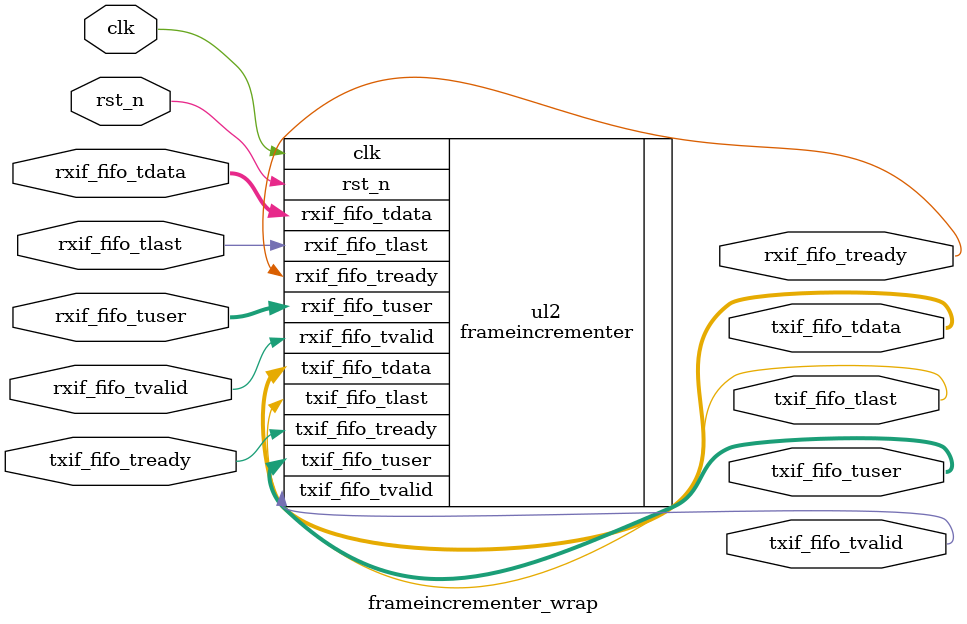
<source format=v>
module frameincrementer_wrap
(
input            clk,
input            rst_n,
input            rxif_fifo_tvalid, // to rxunpacker -- valid
output    		 rxif_fifo_tready, // from rxunpacker -- ready
input [31:0]	 rxif_fifo_tdata, // to rxunpacker -- data
input			 rxif_fifo_tlast, // to rxunpacker -- last
input  [3:0]     rxif_fifo_tuser,
output           txif_fifo_tvalid,
input            txif_fifo_tready,
output    [31:0] txif_fifo_tdata,
output  		 txif_fifo_tlast,
output    [3:0]  txif_fifo_tuser
);

frameincrementer ul2
                (
                .clk(clk),
                .rst_n(rst_n),
                .rxif_fifo_tvalid(rxif_fifo_tvalid), 
                .rxif_fifo_tready(rxif_fifo_tready), 
                .rxif_fifo_tdata(rxif_fifo_tdata), 
                .rxif_fifo_tlast(rxif_fifo_tlast), 
                .rxif_fifo_tuser(rxif_fifo_tuser),
                .txif_fifo_tvalid(txif_fifo_tvalid),
                .txif_fifo_tready(txif_fifo_tready),
                .txif_fifo_tdata(txif_fifo_tdata),
                .txif_fifo_tlast(txif_fifo_tlast),
                .txif_fifo_tuser(txif_fifo_tuser)
                );
endmodule
</source>
